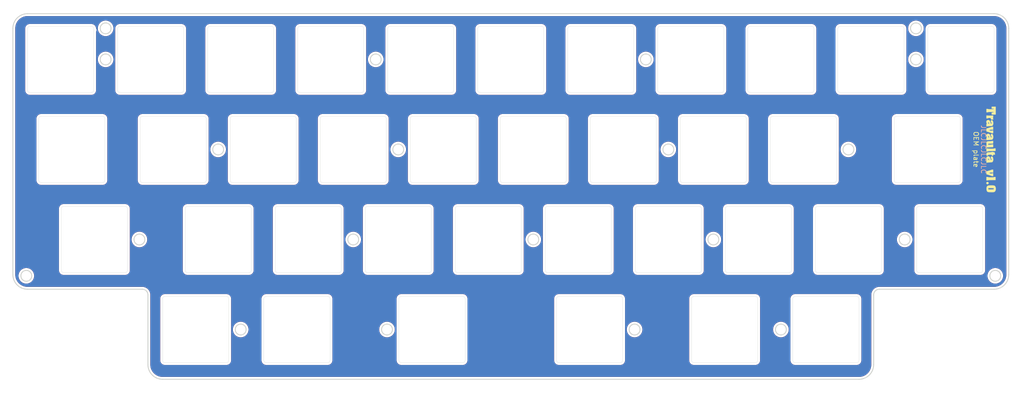
<source format=kicad_pcb>
(kicad_pcb (version 20240108) (generator "pcbnew") (generator_version "8.0")
  (layers (0 "F.Cu" signal) (31 "B.Cu" signal) (34 "B.Paste" user) (35 "F.Paste" user) (36 "B.SilkS" user "B.Silkscreen") (37 "F.SilkS" user "F.Silkscreen") (38 "B.Mask" user) (39 "F.Mask" user) (44 "Edge.Cuts" user))
  (net 0 "")
  (net 1 "GND")
  (footprint "PCM_marbastlib-xp-plate-mx:Plate_MX_1u" (layer "F.Cu") (at 201.6125 95.25)
    (property "Reference" "REF**" (hide yes))
    (property "Value" "Plate_MX_1u")
    (fp_line (start -7 -6.5) (end -7 6.5) (stroke (width 0.05)) (layer "Edge.Cuts"))
    (fp_line (start -6.5 7) (end 6.5 7) (stroke (width 0.05)) (layer "Edge.Cuts"))
    (fp_line (start 6.5 -7) (end -6.5 -7) (stroke (width 0.05)) (layer "Edge.Cuts"))
    (fp_line (start 7 6.5) (end 7 -6.5) (stroke (width 0.05)) (layer "Edge.Cuts"))
    (fp_arc (start -7 -6.5) (mid -6.853553 -6.853553) (end -6.5 -7) (stroke (width 0.05)) (layer "Edge.Cuts"))
    (fp_arc (start -6.497236 6.998884) (mid -6.850789 6.852437) (end -6.997236 6.498884) (stroke (width 0.05)) (layer "Edge.Cuts"))
    (fp_arc (start 6.5 -7) (mid 6.853553 -6.853553) (end 7 -6.5) (stroke (width 0.05)) (layer "Edge.Cuts"))
    (fp_arc (start 7 6.5) (mid 6.853553 6.853553) (end 6.5 7) (stroke (width 0.05)) (layer "Edge.Cuts"))
  )
  (footprint "PCM_marbastlib-xp-plate-mx:Plate_MX_1u" (layer "F.Cu") (at 144.4625 95.25)
    (property "Reference" "REF**" (hide yes))
    (property "Value" "Plate_MX_1u")
    (fp_line (start -7 -6.5) (end -7 6.5) (stroke (width 0.05)) (layer "Edge.Cuts"))
    (fp_line (start -6.5 7) (end 6.5 7) (stroke (width 0.05)) (layer "Edge.Cuts"))
    (fp_line (start 6.5 -7) (end -6.5 -7) (stroke (width 0.05)) (layer "Edge.Cuts"))
    (fp_line (start 7 6.5) (end 7 -6.5) (stroke (width 0.05)) (layer "Edge.Cuts"))
    (fp_arc (start -7 -6.5) (mid -6.853553 -6.853553) (end -6.5 -7) (stroke (width 0.05)) (layer "Edge.Cuts"))
    (fp_arc (start -6.497236 6.998884) (mid -6.850789 6.852437) (end -6.997236 6.498884) (stroke (width 0.05)) (layer "Edge.Cuts"))
    (fp_arc (start 6.5 -7) (mid 6.853553 -6.853553) (end 7 -6.5) (stroke (width 0.05)) (layer "Edge.Cuts"))
    (fp_arc (start 7 6.5) (mid 6.853553 6.853553) (end 6.5 7) (stroke (width 0.05)) (layer "Edge.Cuts"))
  )
  (footprint "PCM_marbastlib-xp-plate-mx:Plate_MX_1u" (layer "F.Cu") (at 211.1375 76.2)
    (property "Reference" "REF**" (hide yes))
    (property "Value" "Plate_MX_1u")
    (fp_line (start -7 -6.5) (end -7 6.5) (stroke (width 0.05)) (layer "Edge.Cuts"))
    (fp_line (start -6.5 7) (end 6.5 7) (stroke (width 0.05)) (layer "Edge.Cuts"))
    (fp_line (start 6.5 -7) (end -6.5 -7) (stroke (width 0.05)) (layer "Edge.Cuts"))
    (fp_line (start 7 6.5) (end 7 -6.5) (stroke (width 0.05)) (layer "Edge.Cuts"))
    (fp_arc (start -7 -6.5) (mid -6.853553 -6.853553) (end -6.5 -7) (stroke (width 0.05)) (layer "Edge.Cuts"))
    (fp_arc (start -6.497236 6.998884) (mid -6.850789 6.852437) (end -6.997236 6.498884) (stroke (width 0.05)) (layer "Edge.Cuts"))
    (fp_arc (start 6.5 -7) (mid 6.853553 -6.853553) (end 7 -6.5) (stroke (width 0.05)) (layer "Edge.Cuts"))
    (fp_arc (start 7 6.5) (mid 6.853553 6.853553) (end 6.5 7) (stroke (width 0.05)) (layer "Edge.Cuts"))
  )
  (footprint "PCM_marbastlib-xp-plate-mx:Plate_MX_1u" (layer "F.Cu") (at 163.5125 95.25)
    (property "Reference" "REF**" (hide yes))
    (property "Value" "Plate_MX_1u")
    (fp_line (start -7 -6.5) (end -7 6.5) (stroke (width 0.05)) (layer "Edge.Cuts"))
    (fp_line (start -6.5 7) (end 6.5 7) (stroke (width 0.05)) (layer "Edge.Cuts"))
    (fp_line (start 6.5 -7) (end -6.5 -7) (stroke (width 0.05)) (layer "Edge.Cuts"))
    (fp_line (start 7 6.5) (end 7 -6.5) (stroke (width 0.05)) (layer "Edge.Cuts"))
    (fp_arc (start -7 -6.5) (mid -6.853553 -6.853553) (end -6.5 -7) (stroke (width 0.05)) (layer "Edge.Cuts"))
    (fp_arc (start -6.497236 6.998884) (mid -6.850789 6.852437) (end -6.997236 6.498884) (stroke (width 0.05)) (layer "Edge.Cuts"))
    (fp_arc (start 6.5 -7) (mid 6.853553 -6.853553) (end 7 -6.5) (stroke (width 0.05)) (layer "Edge.Cuts"))
    (fp_arc (start 7 6.5) (mid 6.853553 6.853553) (end 6.5 7) (stroke (width 0.05)) (layer "Edge.Cuts"))
  )
  (footprint "PCM_marbastlib-xp-plate-mx:Plate_MX_1u" (layer "F.Cu") (at 111.125 57.15)
    (property "Reference" "REF**" (hide yes))
    (property "Value" "Plate_MX_1u")
    (fp_line (start -7 -6.5) (end -7 6.5) (stroke (width 0.05)) (layer "Edge.Cuts"))
    (fp_line (start -6.5 7) (end 6.5 7) (stroke (width 0.05)) (layer "Edge.Cuts"))
    (fp_line (start 6.5 -7) (end -6.5 -7) (stroke (width 0.05)) (layer "Edge.Cuts"))
    (fp_line (start 7 6.5) (end 7 -6.5) (stroke (width 0.05)) (layer "Edge.Cuts"))
    (fp_arc (start -7 -6.5) (mid -6.853553 -6.853553) (end -6.5 -7) (stroke (width 0.05)) (layer "Edge.Cuts"))
    (fp_arc (start -6.497236 6.998884) (mid -6.850789 6.852437) (end -6.997236 6.498884) (stroke (width 0.05)) (layer "Edge.Cuts"))
    (fp_arc (start 6.5 -7) (mid 6.853553 -6.853553) (end 7 -6.5) (stroke (width 0.05)) (layer "Edge.Cuts"))
    (fp_arc (start 7 6.5) (mid 6.853553 6.853553) (end 6.5 7) (stroke (width 0.05)) (layer "Edge.Cuts"))
  )
  (footprint "PCM_marbastlib-xp-plate-mx:Plate_MX_1u" (layer "F.Cu") (at 225.425 57.15)
    (property "Reference" "REF**" (hide yes))
    (property "Value" "Plate_MX_1u")
    (fp_line (start -7 -6.5) (end -7 6.5) (stroke (width 0.05)) (layer "Edge.Cuts"))
    (fp_line (start -6.5 7) (end 6.5 7) (stroke (width 0.05)) (layer "Edge.Cuts"))
    (fp_line (start 6.5 -7) (end -6.5 -7) (stroke (width 0.05)) (layer "Edge.Cuts"))
    (fp_line (start 7 6.5) (end 7 -6.5) (stroke (width 0.05)) (layer "Edge.Cuts"))
    (fp_arc (start -7 -6.5) (mid -6.853553 -6.853553) (end -6.5 -7) (stroke (width 0.05)) (layer "Edge.Cuts"))
    (fp_arc (start -6.497236 6.998884) (mid -6.850789 6.852437) (end -6.997236 6.498884) (stroke (width 0.05)) (layer "Edge.Cuts"))
    (fp_arc (start 6.5 -7) (mid 6.853553 -6.853553) (end 7 -6.5) (stroke (width 0.05)) (layer "Edge.Cuts"))
    (fp_arc (start 7 6.5) (mid 6.853553 6.853553) (end 6.5 7) (stroke (width 0.05)) (layer "Edge.Cuts"))
  )
  (footprint "PCM_marbastlib-xp-plate-mx:Plate_MX_1u" (layer "F.Cu") (at 187.325 57.15)
    (property "Reference" "REF**" (hide yes))
    (property "Value" "Plate_MX_1u")
    (fp_line (start -7 -6.5) (end -7 6.5) (stroke (width 0.05)) (layer "Edge.Cuts"))
    (fp_line (start -6.5 7) (end 6.5 7) (stroke (width 0.05)) (layer "Edge.Cuts"))
    (fp_line (start 6.5 -7) (end -6.5 -7) (stroke (width 0.05)) (layer "Edge.Cuts"))
    (fp_line (start 7 6.5) (end 7 -6.5) (stroke (width 0.05)) (layer "Edge.Cuts"))
    (fp_arc (start -7 -6.5) (mid -6.853553 -6.853553) (end -6.5 -7) (stroke (width 0.05)) (layer "Edge.Cuts"))
    (fp_arc (start -6.497236 6.998884) (mid -6.850789 6.852437) (end -6.997236 6.498884) (stroke (width 0.05)) (layer "Edge.Cuts"))
    (fp_arc (start 6.5 -7) (mid 6.853553 -6.853553) (end 7 -6.5) (stroke (width 0.05)) (layer "Edge.Cuts"))
    (fp_arc (start 7 6.5) (mid 6.853553 6.853553) (end 6.5 7) (stroke (width 0.05)) (layer "Edge.Cuts"))
  )
  (footprint "PCM_marbastlib-xp-plate-mx:Plate_MX_1u" (layer "F.Cu") (at 165.89375 114.3)
    (property "Reference" "REF**" (hide yes))
    (property "Value" "Plate_MX_1u")
    (fp_line (start -7 -6.5) (end -7 6.5) (stroke (width 0.05)) (layer "Edge.Cuts"))
    (fp_line (start -6.5 7) (end 6.5 7) (stroke (width 0.05)) (layer "Edge.Cuts"))
    (fp_line (start 6.5 -7) (end -6.5 -7) (stroke (width 0.05)) (layer "Edge.Cuts"))
    (fp_line (start 7 6.5) (end 7 -6.5) (stroke (width 0.05)) (layer "Edge.Cuts"))
    (fp_arc (start -7 -6.5) (mid -6.853553 -6.853553) (end -6.5 -7) (stroke (width 0.05)) (layer "Edge.Cuts"))
    (fp_arc (start -6.497236 6.998884) (mid -6.850789 6.852437) (end -6.997236 6.498884) (stroke (width 0.05)) (layer "Edge.Cuts"))
    (fp_arc (start 6.5 -7) (mid 6.853553 -6.853553) (end 7 -6.5) (stroke (width 0.05)) (layer "Edge.Cuts"))
    (fp_arc (start 7 6.5) (mid 6.853553 6.853553) (end 6.5 7) (stroke (width 0.05)) (layer "Edge.Cuts"))
  )
  (footprint "PCM_marbastlib-xp-plate-mx:Plate_MX_1u" (layer "F.Cu") (at 87.3125 95.25)
    (property "Reference" "REF**" (hide yes))
    (property "Value" "Plate_MX_1u")
    (fp_line (start -7 -6.5) (end -7 6.5) (stroke (width 0.05)) (layer "Edge.Cuts"))
    (fp_line (start -6.5 7) (end 6.5 7) (stroke (width 0.05)) (layer "Edge.Cuts"))
    (fp_line (start 6.5 -7) (end -6.5 -7) (stroke (width 0.05)) (layer "Edge.Cuts"))
    (fp_line (start 7 6.5) (end 7 -6.5) (stroke (width 0.05)) (layer "Edge.Cuts"))
    (fp_arc (start -7 -6.5) (mid -6.853553 -6.853553) (end -6.5 -7) (stroke (width 0.05)) (layer "Edge.Cuts"))
    (fp_arc (start -6.497236 6.998884) (mid -6.850789 6.852437) (end -6.997236 6.498884) (stroke (width 0.05)) (layer "Edge.Cuts"))
    (fp_arc (start 6.5 -7) (mid 6.853553 -6.853553) (end 7 -6.5) (stroke (width 0.05)) (layer "Edge.Cuts"))
    (fp_arc (start 7 6.5) (mid 6.853553 6.853553) (end 6.5 7) (stroke (width 0.05)) (layer "Edge.Cuts"))
  )
  (footprint "PCM_marbastlib-xp-plate-mx:Plate_MX_1u" (layer "F.Cu") (at 103.98125 114.3)
    (property "Reference" "REF**" (hide yes))
    (property "Value" "Plate_MX_1u")
    (fp_line (start -7 -6.5) (end -7 6.5) (stroke (width 0.05)) (layer "Edge.Cuts"))
    (fp_line (start -6.5 7) (end 6.5 7) (stroke (width 0.05)) (layer "Edge.Cuts"))
    (fp_line (start 6.5 -7) (end -6.5 -7) (stroke (width 0.05)) (layer "Edge.Cuts"))
    (fp_line (start 7 6.5) (end 7 -6.5) (stroke (width 0.05)) (layer "Edge.Cuts"))
    (fp_arc (start -7 -6.5) (mid -6.853553 -6.853553) (end -6.5 -7) (stroke (width 0.05)) (layer "Edge.Cuts"))
    (fp_arc (start -6.497236 6.998884) (mid -6.850789 6.852437) (end -6.997236 6.498884) (stroke (width 0.05)) (layer "Edge.Cuts"))
    (fp_arc (start 6.5 -7) (mid 6.853553 -6.853553) (end 7 -6.5) (stroke (width 0.05)) (layer "Edge.Cuts"))
    (fp_arc (start 7 6.5) (mid 6.853553 6.853553) (end 6.5 7) (stroke (width 0.05)) (layer "Edge.Cuts"))
  )
  (footprint "PCM_marbastlib-xp-plate-mx:Plate_MX_1u" (layer "F.Cu") (at 61.11875 95.25)
    (property "Reference" "REF**" (hide yes))
    (property "Value" "Plate_MX_1u")
    (fp_line (start -7 -6.5) (end -7 6.5) (stroke (width 0.05)) (layer "Edge.Cuts"))
    (fp_line (start -6.5 7) (end 6.5 7) (stroke (width 0.05)) (layer "Edge.Cuts"))
    (fp_line (start 6.5 -7) (end -6.5 -7) (stroke (width 0.05)) (layer "Edge.Cuts"))
    (fp_line (start 7 6.5) (end 7 -6.5) (stroke (width 0.05)) (layer "Edge.Cuts"))
    (fp_arc (start -7 -6.5) (mid -6.853553 -6.853553) (end -6.5 -7) (stroke (width 0.05)) (layer "Edge.Cuts"))
    (fp_arc (start -6.497236 6.998884) (mid -6.850789 6.852437) (end -6.997236 6.498884) (stroke (width 0.05)) (layer "Edge.Cuts"))
    (fp_arc (start 6.5 -7) (mid 6.853553 -6.853553) (end 7 -6.5) (stroke (width 0.05)) (layer "Edge.Cuts"))
    (fp_arc (start 7 6.5) (mid 6.853553 6.853553) (end 6.5 7) (stroke (width 0.05)) (layer "Edge.Cuts"))
  )
  (footprint "PCM_marbastlib-xp-plate-mx:Plate_MX_1u" (layer "F.Cu") (at 149.225 57.15)
    (property "Reference" "REF**" (hide yes))
    (property "Value" "Plate_MX_1u")
    (fp_line (start -7 -6.5) (end -7 6.5) (stroke (width 0.05)) (layer "Edge.Cuts"))
    (fp_line (start -6.5 7) (end 6.5 7) (stroke (width 0.05)) (layer "Edge.Cuts"))
    (fp_line (start 6.5 -7) (end -6.5 -7) (stroke (width 0.05)) (layer "Edge.Cuts"))
    (fp_line (start 7 6.5) (end 7 -6.5) (stroke (width 0.05)) (layer "Edge.Cuts"))
    (fp_arc (start -7 -6.5) (mid -6.853553 -6.853553) (end -6.5 -7) (stroke (width 0.05)) (layer "Edge.Cuts"))
    (fp_arc (start -6.497236 6.998884) (mid -6.850789 6.852437) (end -6.997236 6.498884) (stroke (width 0.05)) (layer "Edge.Cuts"))
    (fp_arc (start 6.5 -7) (mid 6.853553 -6.853553) (end 7 -6.5) (stroke (width 0.05)) (layer "Edge.Cuts"))
    (fp_arc (start 7 6.5) (mid 6.853553 6.853553) (end 6.5 7) (stroke (width 0.05)) (layer "Edge.Cuts"))
  )
  (footprint "PCM_marbastlib-xp-plate-mx:Plate_MX_1u" (layer "F.Cu") (at 237.33125 76.2)
    (property "Reference" "REF**" (hide yes))
    (property "Value" "Plate_MX_1u")
    (fp_line (start -7 -6.5) (end -7 6.5) (stroke (width 0.05)) (layer "Edge.Cuts"))
    (fp_line (start -6.5 7) (end 6.5 7) (stroke (width 0.05)) (layer "Edge.Cuts"))
    (fp_line (start 6.5 -7) (end -6.5 -7) (stroke (width 0.05)) (layer "Edge.Cuts"))
    (fp_line (start 7 6.5) (end 7 -6.5) (stroke (width 0.05)) (layer "Edge.Cuts"))
    (fp_arc (start -7 -6.5) (mid -6.853553 -6.853553) (end -6.5 -7) (stroke (width 0.05)) (layer "Edge.Cuts"))
    (fp_arc (start -6.497236 6.998884) (mid -6.850789 6.852437) (end -6.997236 6.498884) (stroke (width 0.05)) (layer "Edge.Cuts"))
    (fp_arc (start 6.5 -7) (mid 6.853553 -6.853553) (end 7 -6.5) (stroke (width 0.05)) (layer "Edge.Cuts"))
    (fp_arc (start 7 6.5) (mid 6.853553 6.853553) (end 6.5 7) (stroke (width 0.05)) (layer "Edge.Cuts"))
  )
  (footprint "PCM_marbastlib-xp-plate-mx:Plate_MX_1u" (layer "F.Cu") (at 220.6625 95.25)
    (property "Reference" "REF**" (hide yes))
    (property "Value" "Plate_MX_1u")
    (fp_line (start -7 -6.5) (end -7 6.5) (stroke (width 0.05)) (layer "Edge.Cuts"))
    (fp_line (start -6.5 7) (end 6.5 7) (stroke (width 0.05)) (layer "Edge.Cuts"))
    (fp_line (start 6.5 -7) (end -6.5 -7) (stroke (width 0.05)) (layer "Edge.Cuts"))
    (fp_line (start 7 6.5) (end 7 -6.5) (stroke (width 0.05)) (layer "Edge.Cuts"))
    (fp_arc (start -7 -6.5) (mid -6.853553 -6.853553) (end -6.5 -7) (stroke (width 0.05)) (layer "Edge.Cuts"))
    (fp_arc (start -6.497236 6.998884) (mid -6.850789 6.852437) (end -6.997236 6.498884) (stroke (width 0.05)) (layer "Edge.Cuts"))
    (fp_arc (start 6.5 -7) (mid 6.853553 -6.853553) (end 7 -6.5) (stroke (width 0.05)) (layer "Edge.Cuts"))
    (fp_arc (start 7 6.5) (mid 6.853553 6.853553) (end 6.5 7) (stroke (width 0.05)) (layer "Edge.Cuts"))
  )
  (footprint "PCM_marbastlib-xp-plate-mx:Plate_MX_1u" (layer "F.Cu") (at 192.0875 76.2)
    (property "Reference" "REF**" (hide yes))
    (property "Value" "Plate_MX_1u")
    (fp_line (start -7 -6.5) (end -7 6.5) (stroke (width 0.05)) (layer "Edge.Cuts"))
    (fp_line (start -6.5 7) (end 6.5 7) (stroke (width 0.05)) (layer "Edge.Cuts"))
    (fp_line (start 6.5 -7) (end -6.5 -7) (stroke (width 0.05)) (layer "Edge.Cuts"))
    (fp_line (start 7 6.5) (end 7 -6.5) (stroke (width 0.05)) (layer "Edge.Cuts"))
    (fp_arc (start -7 -6.5) (mid -6.853553 -6.853553) (end -6.5 -7) (stroke (width 0.05)) (layer "Edge.Cuts"))
    (fp_arc (start -6.497236 6.998884) (mid -6.850789 6.852437) (end -6.997236 6.498884) (stroke (width 0.05)) (layer "Edge.Cuts"))
    (fp_arc (start 6.5 -7) (mid 6.853553 -6.853553) (end 7 -6.5) (stroke (width 0.05)) (layer "Edge.Cuts"))
    (fp_arc (start 7 6.5) (mid 6.853553 6.853553) (end 6.5 7) (stroke (width 0.05)) (layer "Edge.Cuts"))
  )
  (footprint "PCM_marbastlib-xp-plate-mx:Plate_MX_1u" (layer "F.Cu") (at 92.075 57.15)
    (property "Reference" "REF**" (hide yes))
    (property "Value" "Plate_MX_1u")
    (fp_line (start -7 -6.5) (end -7 6.5) (stroke (width 0.05)) (layer "Edge.Cuts"))
    (fp_line (start -6.5 7) (end 6.5 7) (stroke (width 0.05)) (layer "Edge.Cuts"))
    (fp_line (start 6.5 -7) (end -6.5 -7) (stroke (width 0.05)) (layer "Edge.Cuts"))
    (fp_line (start 7 6.5) (end 7 -6.5) (stroke (width 0.05)) (layer "Edge.Cuts"))
    (fp_arc (start -7 -6.5) (mid -6.853553 -6.853553) (end -6.5 -7) (stroke (width 0.05)) (layer "Edge.Cuts"))
    (fp_arc (start -6.497236 6.998884) (mid -6.850789 6.852437) (end -6.997236 6.498884) (stroke (width 0.05)) (layer "Edge.Cuts"))
    (fp_arc (start 6.5 -7) (mid 6.853553 -6.853553) (end 7 -6.5) (stroke (width 0.05)) (layer "Edge.Cuts"))
    (fp_arc (start 7 6.5) (mid 6.853553 6.853553) (end 6.5 7) (stroke (width 0.05)) (layer "Edge.Cuts"))
  )
  (footprint "PCM_marbastlib-xp-plate-mx:Plate_MX_1u" (layer "F.Cu") (at 125.4125 95.25)
    (property "Reference" "REF**" (hide yes))
    (property "Value" "Plate_MX_1u")
    (fp_line (start -7 -6.5) (end -7 6.5) (stroke (width 0.05)) (layer "Edge.Cuts"))
    (fp_line (start -6.5 7) (end 6.5 7) (stroke (width 0.05)) (layer "Edge.Cuts"))
    (fp_line (start 6.5 -7) (end -6.5 -7) (stroke (width 0.05)) (layer "Edge.Cuts"))
    (fp_line (start 7 6.5) (end 7 -6.5) (stroke (width 0.05)) (layer "Edge.Cuts"))
    (fp_arc (start -7 -6.5) (mid -6.853553 -6.853553) (end -6.5 -7) (stroke (width 0.05)) (layer "Edge.Cuts"))
    (fp_arc (start -6.497236 6.998884) (mid -6.850789 6.852437) (end -6.997236 6.498884) (stroke (width 0.05)) (layer "Edge.Cuts"))
    (fp_arc (start 6.5 -7) (mid 6.853553 -6.853553) (end 7 -6.5) (stroke (width 0.05)) (layer "Edge.Cuts"))
    (fp_arc (start 7 6.5) (mid 6.853553 6.853553) (end 6.5 7) (stroke (width 0.05)) (layer "Edge.Cuts"))
  )
  (footprint "PCM_marbastlib-xp-plate-mx:Plate_MX_1u" (layer "F.Cu") (at 115.8875 76.2)
    (property "Reference" "REF**" (hide yes))
    (property "Value" "Plate_MX_1u")
    (fp_line (start -7 -6.5) (end -7 6.5) (stroke (width 0.05)) (layer "Edge.Cuts"))
    (fp_line (start -6.5 7) (end 6.5 7) (stroke (width 0.05)) (layer "Edge.Cuts"))
    (fp_line (start 6.5 -7) (end -6.5 -7) (stroke (width 0.05)) (layer "Edge.Cuts"))
    (fp_line (start 7 6.5) (end 7 -6.5) (stroke (width 0.05)) (layer "Edge.Cuts"))
    (fp_arc (start -7 -6.5) (mid -6.853553 -6.853553) (end -6.5 -7) (stroke (width 0.05)) (layer "Edge.Cuts"))
    (fp_arc (start -6.497236 6.998884) (mid -6.850789 6.852437) (end -6.997236 6.498884) (stroke (width 0.05)) (layer "Edge.Cuts"))
    (fp_arc (start 6.5 -7) (mid 6.853553 -6.853553) (end 7 -6.5) (stroke (width 0.05)) (layer "Edge.Cuts"))
    (fp_arc (start 7 6.5) (mid 6.853553 6.853553) (end 6.5 7) (stroke (width 0.05)) (layer "Edge.Cuts"))
  )
  (footprint "PCM_marbastlib-xp-plate-mx:Plate_MX_1u" (layer "F.Cu") (at 168.275 57.15)
    (property "Reference" "REF**" (hide yes))
    (property "Value" "Plate_MX_1u")
    (fp_line (start -7 -6.5) (end -7 6.5) (stroke (width 0.05)) (layer "Edge.Cuts"))
    (fp_line (start -6.5 7) (end 6.5 7) (stroke (width 0.05)) (layer "Edge.Cuts"))
    (fp_line (start 6.5 -7) (end -6.5 -7) (stroke (width 0.05)) (layer "Edge.Cuts"))
    (fp_line (start 7 6.5) (end 7 -6.5) (stroke (width 0.05)) (layer "Edge.Cuts"))
    (fp_arc (start -7 -6.5) (mid -6.853553 -6.853553) (end -6.5 -7) (stroke (width 0.05)) (layer "Edge.Cuts"))
    (fp_arc (start -6.497236 6.998884) (mid -6.850789 6.852437) (end -6.997236 6.498884) (stroke (width 0.05)) (layer "Edge.Cuts"))
    (fp_arc (start 6.5 -7) (mid 6.853553 -6.853553) (end 7 -6.5) (stroke (width 0.05)) (layer "Edge.Cuts"))
    (fp_arc (start 7 6.5) (mid 6.853553 6.853553) (end 6.5 7) (stroke (width 0.05)) (layer "Edge.Cuts"))
  )
  (footprint "PCM_marbastlib-xp-plate-mx:Plate_MX_1u" (layer "F.Cu") (at 134.9375 76.2)
    (property "Reference" "REF**" (hide yes))
    (property "Value" "Plate_MX_1u")
    (fp_line (start -7 -6.5) (end -7 6.5) (stroke (width 0.05)) (layer "Edge.Cuts"))
    (fp_line (start -6.5 7) (end 6.5 7) (stroke (width 0.05)) (layer "Edge.Cuts"))
    (fp_line (start 6.5 -7) (end -6.5 -7) (stroke (width 0.05)) (layer "Edge.Cuts"))
    (fp_line (start 7 6.5) (end 7 -6.5) (stroke (width 0.05)) (layer "Edge.Cuts"))
    (fp_arc (start -7 -6.5) (mid -6.853553 -6.853553) (end -6.5 -7) (stroke (width 0.05)) (layer "Edge.Cuts"))
    (fp_arc (start -6.497236 6.998884) (mid -6.850789 6.852437) (end -6.997236 6.498884) (stroke (width 0.05)) (layer "Edge.Cuts"))
    (fp_arc (start 6.5 -7) (mid 6.853553 -6.853553) (end 7 -6.5) (stroke (width 0.05)) (layer "Edge.Cuts"))
    (fp_arc (start 7 6.5) (mid 6.853553 6.853553) (end 6.5 7) (stroke (width 0.05)) (layer "Edge.Cuts"))
  )
  (footprint "PCM_marbastlib-xp-plate-mx:Plate_MX_1u" (layer "F.Cu") (at 173.0375 76.2)
    (property "Reference" "REF**" (hide yes))
    (property "Value" "Plate_MX_1u")
    (fp_line (start -7 -6.5) (end -7 6.5) (stroke (width 0.05)) (layer "Edge.Cuts"))
    (fp_line (start -6.5 7) (end 6.5 7) (stroke (width 0.05)) (layer "Edge.Cuts"))
    (fp_line (start 6.5 -7) (end -6.5 -7) (stroke (width 0.05)) (layer "Edge.Cuts"))
    (fp_line (start 7 6.5) (end 7 -6.5) (stroke (width 0.05)) (layer "Edge.Cuts"))
    (fp_arc (start -7 -6.5) (mid -6.853553 -6.853553) (end -6.5 -7) (stroke (width 0.05)) (layer "Edge.Cuts"))
    (fp_arc (start -6.497236 6.998884) (mid -6.850789 6.852437) (end -6.997236 6.498884) (stroke (width 0.05)) (layer "Edge.Cuts"))
    (fp_arc (start 6.5 -7) (mid 6.853553 -6.853553) (end 7 -6.5) (stroke (width 0.05)) (layer "Edge.Cuts"))
    (fp_arc (start 7 6.5) (mid 6.853553 6.853553) (end 6.5 7) (stroke (width 0.05)) (layer "Edge.Cuts"))
  )
  (footprint "PCM_marbastlib-xp-plate-mx:Plate_MX_1u" (layer "F.Cu") (at 96.8375 76.2)
    (property "Reference" "REF**" (hide yes))
    (property "Value" "Plate_MX_1u")
    (fp_line (start -7 -6.5) (end -7 6.5) (stroke (width 0.05)) (layer "Edge.Cuts"))
    (fp_line (start -6.5 7) (end 6.5 7) (stroke (width 0.05)) (layer "Edge.Cuts"))
    (fp_line (start 6.5 -7) (end -6.5 -7) (stroke (width 0.05)) (layer "Edge.Cuts"))
    (fp_line (start 7 6.5) (end 7 -6.5) (stroke (width 0.05)) (layer "Edge.Cuts"))
    (fp_arc (start -7 -6.5) (mid -6.853553 -6.853553) (end -6.5 -7) (stroke (width 0.05)) (layer "Edge.Cuts"))
    (fp_arc (start -6.497236 6.998884) (mid -6.850789 6.852437) (end -6.997236 6.498884) (stroke (width 0.05)) (layer "Edge.Cuts"))
    (fp_arc (start 6.5 -7) (mid 6.853553 -6.853553) (end 7 -6.5) (stroke (width 0.05)) (layer "Edge.Cuts"))
    (fp_arc (start 7 6.5) (mid 6.853553 6.853553) (end 6.5 7) (stroke (width 0.05)) (layer "Edge.Cuts"))
  )
  (footprint "LOGO" (layer "F.Cu") (at 250.825 76.2 -90)
    (property "Reference" "G***" (hide yes))
    (property "Value" "LOGO" (hide yes))
  )
  (footprint "PCM_marbastlib-xp-plate-mx:Plate_MX_1u" (layer "F.Cu") (at 53.975 57.15)
    (property "Reference" "REF**" (hide yes))
    (property "Value" "Plate_MX_1u")
    (fp_line (start -7 -6.5) (end -7 6.5) (stroke (width 0.05)) (layer "Edge.Cuts"))
    (fp_line (start -6.5 7) (end 6.5 7) (stroke (width 0.05)) (layer "Edge.Cuts"))
    (fp_line (start 6.5 -7) (end -6.5 -7) (stroke (width 0.05)) (layer "Edge.Cuts"))
    (fp_line (start 7 6.5) (end 7 -6.5) (stroke (width 0.05)) (layer "Edge.Cuts"))
    (fp_arc (start -7 -6.5) (mid -6.853553 -6.853553) (end -6.5 -7) (stroke (width 0.05)) (layer "Edge.Cuts"))
    (fp_arc (start -6.497236 6.998884) (mid -6.850789 6.852437) (end -6.997236 6.498884) (stroke (width 0.05)) (layer "Edge.Cuts"))
    (fp_arc (start 6.5 -7) (mid 6.853553 -6.853553) (end 7 -6.5) (stroke (width 0.05)) (layer "Edge.Cuts"))
    (fp_arc (start 7 6.5) (mid 6.853553 6.853553) (end 6.5 7) (stroke (width 0.05)) (layer "Edge.Cuts"))
  )
  (footprint "PCM_marbastlib-xp-plate-mx:Plate_MX_1u" (layer "F.Cu") (at 215.9 114.3)
    (property "Reference" "REF**" (hide yes))
    (property "Value" "Plate_MX_1u")
    (fp_line (start -7 -6.5) (end -7 6.5) (stroke (width 0.05)) (layer "Edge.Cuts"))
    (fp_line (start -6.5 7) (end 6.5 7) (stroke (width 0.05)) (layer "Edge.Cuts"))
    (fp_line (start 6.5 -7) (end -6.5 -7) (stroke (width 0.05)) (layer "Edge.Cuts"))
    (fp_line (start 7 6.5) (end 7 -6.5) (stroke (width 0.05)) (layer "Edge.Cuts"))
    (fp_arc (start -7 -6.5) (mid -6.853553 -6.853553) (end -6.5 -7) (stroke (width 0.05)) (layer "Edge.Cuts"))
    (fp_arc (start -6.497236 6.998884) (mid -6.850789 6.852437) (end -6.997236 6.498884) (stroke (width 0.05)) (layer "Edge.Cuts"))
    (fp_arc (start 6.5 -7) (mid 6.853553 -6.853553) (end 7 -6.5) (stroke (width 0.05)) (layer "Edge.Cuts"))
    (fp_arc (start 7 6.5) (mid 6.853553 6.853553) (end 6.5 7) (stroke (width 0.05)) (layer "Edge.Cuts"))
  )
  (footprint "PCM_marbastlib-xp-plate-mx:Plate_MX_1u" (layer "F.Cu") (at 77.7875 76.2)
    (property "Reference" "REF**" (hide yes))
    (property "Value" "Plate_MX_1u")
    (fp_line (start -7 -6.5) (end -7 6.5) (stroke (width 0.05)) (layer "Edge.Cuts"))
    (fp_line (start -6.5 7) (end 6.5 7) (stroke (width 0.05)) (layer "Edge.Cuts"))
    (fp_line (start 6.5 -7) (end -6.5 -7) (stroke (width 0.05)) (layer "Edge.Cuts"))
    (fp_line (start 7 6.5) (end 7 -6.5) (stroke (width 0.05)) (layer "Edge.Cuts"))
    (fp_arc (start -7 -6.5) (mid -6.853553 -6.853553) (end -6.5 -7) (stroke (width 0.05)) (layer "Edge.Cuts"))
    (fp_arc (start -6.497236 6.998884) (mid -6.850789 6.852437) (end -6.997236 6.498884) (stroke (width 0.05)) (layer "Edge.Cuts"))
    (fp_arc (start 6.5 -7) (mid 6.853553 -6.853553) (end 7 -6.5) (stroke (width 0.05)) (layer "Edge.Cuts"))
    (fp_arc (start 7 6.5) (mid 6.853553 6.853553) (end 6.5 7) (stroke (width 0.05)) (layer "Edge.Cuts"))
  )
  (footprint "PCM_marbastlib-xp-plate-mx:Plate_MX_1u" (layer "F.Cu") (at 130.175 57.15)
    (property "Reference" "REF**" (hide yes))
    (property "Value" "Plate_MX_1u")
    (fp_line (start -7 -6.5) (end -7 6.5) (stroke (width 0.05)) (layer "Edge.Cuts"))
    (fp_line (start -6.5 7) (end 6.5 7) (stroke (width 0.05)) (layer "Edge.Cuts"))
    (fp_line (start 6.5 -7) (end -6.5 -7) (stroke (width 0.05)) (layer "Edge.Cuts"))
    (fp_line (start 7 6.5) (end 7 -6.5) (stroke (width 0.05)) (layer "Edge.Cuts"))
    (fp_arc (start -7 -6.5) (mid -6.853553 -6.853553) (end -6.5 -7) (stroke (width 0.05)) (layer "Edge.Cuts"))
    (fp_arc (start -6.497236 6.998884) (mid -6.850789 6.852437) (end -6.997236 6.498884) (stroke (width 0.05)) (layer "Edge.Cuts"))
    (fp_arc (start 6.5 -7) (mid 6.853553 -6.853553) (end 7 -6.5) (stroke (width 0.05)) (layer "Edge.Cuts"))
    (fp_arc (start 7 6.5) (mid 6.853553 6.853553) (end 6.5 7) (stroke (width 0.05)) (layer "Edge.Cuts"))
  )
  (footprint "PCM_marbastlib-xp-plate-mx:Plate_MX_1u" (layer "F.Cu") (at 242.09375 95.25)
    (property "Reference" "REF**" (hide yes))
    (property "Value" "Plate_MX_1u")
    (fp_line (start -7 -6.5) (end -7 6.5) (stroke (width 0.05)) (layer "Edge.Cuts"))
    (fp_line (start -6.5 7) (end 6.5 7) (stroke (width 0.05)) (layer "Edge.Cuts"))
    (fp_line (start 6.5 -7) (end -6.5 -7) (stroke (width 0.05)) (layer "Edge.Cuts"))
    (fp_line (start 7 6.5) (end 7 -6.5) (stroke (width 0.05)) (layer "Edge.Cuts"))
    (fp_arc (start -7 -6.5) (mid -6.853553 -6.853553) (end -6.5 -7) (stroke (width 0.05)) (layer "Edge.Cuts"))
    (fp_arc (start -6.497236 6.998884) (mid -6.850789 6.852437) (end -6.997236 6.498884) (stroke (width 0.05)) (layer "Edge.Cuts"))
    (fp_arc (start 6.5 -7) (mid 6.853553 -6.853553) (end 7 -6.5) (stroke (width 0.05)) (layer "Edge.Cuts"))
    (fp_arc (start 7 6.5) (mid 6.853553 6.853553) (end 6.5 7) (stroke (width 0.05)) (layer "Edge.Cuts"))
  )
  (footprint "PCM_marbastlib-xp-plate-mx:Plate_MX_1u" (layer "F.Cu") (at 194.46875 114.3)
    (property "Reference" "REF**" (hide yes))
    (property "Value" "Plate_MX_1u")
    (fp_line (start -7 -6.5) (end -7 6.5) (stroke (width 0.05)) (layer "Edge.Cuts"))
    (fp_line (start -6.5 7) (end 6.5 7) (stroke (width 0.05)) (layer "Edge.Cuts"))
    (fp_line (start 6.5 -7) (end -6.5 -7) (stroke (width 0.05)) (layer "Edge.Cuts"))
    (fp_line (start 7 6.5) (end 7 -6.5) (stroke (width 0.05)) (layer "Edge.Cuts"))
    (fp_arc (start -7 -6.5) (mid -6.853553 -6.853553) (end -6.5 -7) (stroke (width 0.05)) (layer "Edge.Cuts"))
    (fp_arc (start -6.497236 6.998884) (mid -6.850789 6.852437) (end -6.997236 6.498884) (stroke (width 0.05)) (layer "Edge.Cuts"))
    (fp_arc (start 6.5 -7) (mid 6.853553 -6.853553) (end 7 -6.5) (stroke (width 0.05)) (layer "Edge.Cuts"))
    (fp_arc (start 7 6.5) (mid 6.853553 6.853553) (end 6.5 7) (stroke (width 0.05)) (layer "Edge.Cuts"))
  )
  (footprint "PCM_marbastlib-xp-plate-mx:Plate_MX_1u" (layer "F.Cu") (at 153.9875 76.2)
    (property "Reference" "REF**" (hide yes))
    (property "Value" "Plate_MX_1u")
    (fp_line (start -7 -6.5) (end -7 6.5) (stroke (width 0.05)) (layer "Edge.Cuts"))
    (fp_line (start -6.5 7) (end 6.5 7) (stroke (width 0.05)) (layer "Edge.Cuts"))
    (fp_line (start 6.5 -7) (end -6.5 -7) (stroke (width 0.05)) (layer "Edge.Cuts"))
    (fp_line (start 7 6.5) (end 7 -6.5) (stroke (width 0.05)) (layer "Edge.Cuts"))
    (fp_arc (start -7 -6.5) (mid -6.853553 -6.853553) (end -6.5 -7) (stroke (width 0.05)) (layer "Edge.Cuts"))
    (fp_arc (start -6.497236 6.998884) (mid -6.850789 6.852437) (end -6.997236 6.498884) (stroke (width 0.05)) (layer "Edge.Cuts"))
    (fp_arc (start 6.5 -7) (mid 6.853553 -6.853553) (end 7 -6.5) (stroke (width 0.05)) (layer "Edge.Cuts"))
    (fp_arc (start 7 6.5) (mid 6.853553 6.853553) (end 6.5 7) (stroke (width 0.05)) (layer "Edge.Cuts"))
  )
  (footprint "PCM_marbastlib-xp-plate-mx:Plate_MX_1u" (layer "F.Cu") (at 182.5625 95.25)
    (property "Reference" "REF**" (hide yes))
    (property "Value" "Plate_MX_1u")
    (fp_line (start -7 -6.5) (end -7 6.5) (stroke (width 0.05)) (layer "Edge.Cuts"))
    (fp_line (start -6.5 7) (end 6.5 7) (stroke (width 0.05)) (layer "Edge.Cuts"))
    (fp_line (start 6.5 -7) (end -6.5 -7) (stroke (width 0.05)) (layer "Edge.Cuts"))
    (fp_line (start 7 6.5) (end 7 -6.5) (stroke (width 0.05)) (layer "Edge.Cuts"))
    (fp_arc (start -7 -6.5) (mid -6.853553 -6.853553) (end -6.5 -7) (stroke (width 0.05)) (layer "Edge.Cuts"))
    (fp_arc (start -6.497236 6.998884) (mid -6.850789 6.852437) (end -6.997236 6.498884) (stroke (width 0.05)) (layer "Edge.Cuts"))
    (fp_arc (start 6.5 -7) (mid 6.853553 -6.853553) (end 7 -6.5) (stroke (width 0.05)) (layer "Edge.Cuts"))
    (fp_arc (start 7 6.5) (mid 6.853553 6.853553) (end 6.5 7) (stroke (width 0.05)) (layer "Edge.Cuts"))
  )
  (footprint "PCM_marbastlib-xp-plate-mx:Plate_MX_1u" (layer "F.Cu") (at 106.3625 95.25)
    (property "Reference" "REF**" (hide yes))
    (property "Value" "Plate_MX_1u")
    (fp_line (start -7 -6.5) (end -7 6.5) (stroke (width 0.05)) (layer "Edge.Cuts"))
    (fp_line (start -6.5 7) (end 6.5 7) (stroke (width 0.05)) (layer "Edge.Cuts"))
    (fp_line (start 6.5 -7) (end -6.5 -7) (stroke (width 0.05)) (layer "Edge.Cuts"))
    (fp_line (start 7 6.5) (end 7 -6.5) (stroke (width 0.05)) (layer "Edge.Cuts"))
    (fp_arc (start -7 -6.5) (mid -6.853553 -6.853553) (end -6.5 -7) (stroke (width 0.05)) (layer "Edge.Cuts"))
    (fp_arc (start -6.497236 6.998884) (mid -6.850789 6.852437) (end -6.997236 6.498884) (stroke (width 0.05)) (layer "Edge.Cuts"))
    (fp_arc (start 6.5 -7) (mid 6.853553 -6.853553) (end 7 -6.5) (stroke (width 0.05)) (layer "Edge.Cuts"))
    (fp_arc (start 7 6.5) (mid 6.853553 6.853553) (end 6.5 7) (stroke (width 0.05)) (layer "Edge.Cuts"))
  )
  (footprint "PCM_marbastlib-xp-plate-mx:Plate_MX_1u" (layer "F.Cu") (at 73.025 57.15)
    (property "Reference" "REF**" (hide yes))
    (property "Value" "Plate_MX_1u")
    (fp_line (start -7 -6.5) (end -7 6.5) (stroke (width 0.05)) (layer "Edge.Cuts"))
    (fp_line (start -6.5 7) (end 6.5 7) (stroke (width 0.05)) (layer "Edge.Cuts"))
    (fp_line (start 6.5 -7) (end -6.5 -7) (stroke (width 0.05)) (layer "Edge.Cuts"))
    (fp_line (start 7 6.5) (end 7 -6.5) (stroke (width 0.05)) (layer "Edge.Cuts"))
    (fp_arc (start -7 -6.5) (mid -6.853553 -6.853553) (end -6.5 -7) (stroke (width 0.05)) (layer "Edge.Cuts"))
    (fp_arc (start -6.497236 6.998884) (mid -6.850789 6.852437) (end -6.997236 6.498884) (stroke (width 0.05)) (layer "Edge.Cuts"))
    (fp_arc (start 6.5 -7) (mid 6.853553 -6.853553) (end 7 -6.5) (stroke (width 0.05)) (layer "Edge.Cuts"))
    (fp_arc (start 7 6.5) (mid 6.853553 6.853553) (end 6.5 7) (stroke (width 0.05)) (layer "Edge.Cuts"))
  )
  (footprint "PCM_marbastlib-xp-plate-mx:Plate_MX_1u" (layer "F.Cu") (at 206.375 57.15)
    (property "Reference" "REF**" (hide yes))
    (property "Value" "Plate_MX_1u")
    (fp_line (start -7 -6.5) (end -7 6.5) (stroke (width 0.05)) (layer "Edge.Cuts"))
    (fp_line (start -6.5 7) (end 6.5 7) (stroke (width 0.05)) (layer "Edge.Cuts"))
    (fp_line (start 6.5 -7) (end -6.5 -7) (stroke (width 0.05)) (layer "Edge.Cuts"))
    (fp_line (start 7 6.5) (end 7 -6.5) (stroke (width 0.05)) (layer "Edge.Cuts"))
    (fp_arc (start -7 -6.5) (mid -6.853553 -6.853553) (end -6.5 -7) (stroke (width 0.05)) (layer "Edge.Cuts"))
    (fp_arc (start -6.497236 6.998884) (mid -6.850789 6.852437) (end -6.997236 6.498884) (stroke (width 0.05)) (layer "Edge.Cuts"))
    (fp_arc (start 6.5 -7) (mid 6.853553 -6.853553) (end 7 -6.5) (stroke (width 0.05)) (layer "Edge.Cuts"))
    (fp_arc (start 7 6.5) (mid 6.853553 6.853553) (end 6.5 7) (stroke (width 0.05)) (layer "Edge.Cuts"))
  )
  (footprint "PCM_marbastlib-xp-plate-mx:Plate_MX_1u" (layer "F.Cu") (at 56.35625 76.2)
    (property "Reference" "REF**" (hide yes))
    (property "Value" "Plate_MX_1u")
    (fp_line (start -7 -6.5) (end -7 6.5) (stroke (width 0.05)) (layer "Edge.Cuts"))
    (fp_line (start -6.5 7) (end 6.5 7) (stroke (width 0.05)) (layer "Edge.Cuts"))
    (fp_line (start 6.5 -7) (end -6.5 -7) (stroke (width 0.05)) (layer "Edge.Cuts"))
    (fp_line (start 7 6.5) (end 7 -6.5) (stroke (width 0.05)) (layer "Edge.Cuts"))
    (fp_arc (start -7 -6.5) (mid -6.853553 -6.853553) (end -6.5 -7) (stroke (width 0.05)) (layer "Edge.Cuts"))
    (fp_arc (start -6.497236 6.998884) (mid -6.850789 6.852437) (end -6.997236 6.498884) (stroke (width 0.05)) (layer "Edge.Cuts"))
    (fp_arc (start 6.5 -7) (mid 6.853553 -6.853553) (end 7 -6.5) (stroke (width 0.05)) (layer "Edge.Cuts"))
    (fp_arc (start 7 6.5) (mid 6.853553 6.853553) (end 6.5 7) (stroke (width 0.05)) (layer "Edge.Cuts"))
  )
  (footprint "PCM_marbastlib-xp-plate-mx:Plate_MX_1u" (layer "F.Cu") (at 244.475 57.15)
    (property "Reference" "REF**" (hide yes))
    (property "Value" "Plate_MX_1u")
    (fp_line (start -7 -6.5) (end -7 6.5) (stroke (width 0.05)) (layer "Edge.Cuts"))
    (fp_line (start -6.5 7) (end 6.5 7) (stroke (width 0.05)) (layer "Edge.Cuts"))
    (fp_line (start 6.5 -7) (end -6.5 -7) (stroke (width 0.05)) (layer "Edge.Cuts"))
    (fp_line (start 7 6.5) (end 7 -6.5) (stroke (width 0.05)) (layer "Edge.Cuts"))
    (fp_arc (start -7 -6.5) (mid -6.853553 -6.853553) (end -6.5 -7) (stroke (width 0.05)) (layer "Edge.Cuts"))
    (fp_arc (start -6.497236 6.998884) (mid -6.850789 6.852437) (end -6.997236 6.498884) (stroke (width 0.05)) (layer "Edge.Cuts"))
    (fp_arc (start 6.5 -7) (mid 6.853553 -6.853553) (end 7 -6.5) (stroke (width 0.05)) (layer "Edge.Cuts"))
    (fp_arc (start 7 6.5) (mid 6.853553 6.853553) (end 6.5 7) (stroke (width 0.05)) (layer "Edge.Cuts"))
  )
  (footprint "PCM_marbastlib-xp-plate-mx:Plate_MX_1u" (layer "F.Cu") (at 132.55625 114.3)
    (property "Reference" "REF**" (hide yes))
    (property "Value" "Plate_MX_1u")
    (fp_line (start -7 -6.5) (end -7 6.5) (stroke (width 0.05)) (layer "Edge.Cuts"))
    (fp_line (start -6.5 7) (end 6.5 7) (stroke (width 0.05)) (layer "Edge.Cuts"))
    (fp_line (start 6.5 -7) (end -6.5 -7) (stroke (width 0.05)) (layer "Edge.Cuts"))
    (fp_line (start 7 6.5) (end 7 -6.5) (stroke (width 0.05)) (layer "Edge.Cuts"))
    (fp_arc (start -7 -6.5) (mid -6.853553 -6.853553) (end -6.5 -7) (stroke (width 0.05)) (layer "Edge.Cuts"))
    (fp_arc (start -6.497236 6.998884) (mid -6.850789 6.852437) (end -6.997236 6.498884) (stroke (width 0.05)) (layer "Edge.Cuts"))
    (fp_arc (start 6.5 -7) (mid 6.853553 -6.853553) (end 7 -6.5) (stroke (width 0.05)) (layer "Edge.Cuts"))
    (fp_arc (start 7 6.5) (mid 6.853553 6.853553) (end 6.5 7) (stroke (width 0.05)) (layer "Edge.Cuts"))
  )
  (footprint "PCM_marbastlib-xp-plate-mx:Plate_MX_1u" (layer "F.Cu") (at 82.55 114.3)
    (property "Reference" "REF**" (hide yes))
    (property "Value" "Plate_MX_1u")
    (fp_line (start -7 -6.5) (end -7 6.5) (stroke (width 0.05)) (layer "Edge.Cuts"))
    (fp_line (start -6.5 7) (end 6.5 7) (stroke (width 0.05)) (layer "Edge.Cuts"))
    (fp_line (start 6.5 -7) (end -6.5 -7) (stroke (width 0.05)) (layer "Edge.Cuts"))
    (fp_line (start 7 6.5) (end 7 -6.5) (stroke (width 0.05)) (layer "Edge.Cuts"))
    (fp_arc (start -7 -6.5) (mid -6.853553 -6.853553) (end -6.5 -7) (stroke (width 0.05)) (layer "Edge.Cuts"))
    (fp_arc (start -6.497236 6.998884) (mid -6.850789 6.852437) (end -6.997236 6.498884) (stroke (width 0.05)) (layer "Edge.Cuts"))
    (fp_arc (start 6.5 -7) (mid 6.853553 -6.853553) (end 7 -6.5) (stroke (width 0.05)) (layer "Edge.Cuts"))
    (fp_arc (start 7 6.5) (mid 6.853553 6.853553) (end 6.5 7) (stroke (width 0.05)) (layer "Edge.Cuts"))
  )
  (gr_line (start 72.45 121.724999) (end 72.45 106.974999) (stroke (width 0.2)) (layer "Edge.Cuts"))
  (gr_circle (center 153.9875 95.25) (end 155.1375 95.25) (stroke (width 0.2)) (fill none) (layer "Edge.Cuts"))
  (gr_circle (center 92.075 114.3) (end 93.225 114.3) (stroke (width 0.2)) (fill none) (layer "Edge.Cuts"))
  (gr_circle (center 251.734375 102.933999) (end 252.884375 102.933999) (stroke (width 0.2)) (fill none) (layer "Edge.Cuts"))
  (gr_line (start 61.087 50.927) (end 61.087 50.927) (stroke (width 0.05)) (layer "Edge.Cuts"))
  (gr_circle (center 70.64375 95.25) (end 71.79375 95.25) (stroke (width 0.2)) (fill none) (layer "Edge.Cuts"))
  (gr_circle (center 232.56875 95.25) (end 233.71875 95.25) (stroke (width 0.2)) (fill none) (layer "Edge.Cuts"))
  (gr_circle (center 46.716 102.933999) (end 47.866 102.933999) (stroke (width 0.2)) (fill none) (layer "Edge.Cuts"))
  (gr_arc (start 254.575 102.674999) (mid 253.667031 104.86703) (end 251.475 105.774999) (stroke (width 0.2)) (layer "Edge.Cuts"))
  (gr_circle (center 234.95 57.15) (end 236.1 57.15) (stroke (width 0.2)) (fill none) (layer "Edge.Cuts"))
  (gr_circle (center 123.03125 114.3) (end 124.18125 114.3) (stroke (width 0.2)) (fill none) (layer "Edge.Cuts"))
  (gr_circle (center 120.65 57.15) (end 121.8 57.15) (stroke (width 0.2)) (fill none) (layer "Edge.Cuts"))
  (gr_arc (start 71.25 105.774999) (mid 72.098528 106.126471) (end 72.45 106.974999) (stroke (width 0.2)) (layer "Edge.Cuts"))
  (gr_line (start 46.975 47.474999) (end 251.475 47.474999) (stroke (width 0.2)) (layer "Edge.Cuts"))
  (gr_circle (center 206.375 114.3) (end 207.525 114.3) (stroke (width 0.2)) (fill none) (layer "Edge.Cuts"))
  (gr_line (start 226 106.974999) (end 226 121.724999) (stroke (width 0.2)) (layer "Edge.Cuts"))
  (gr_line (start 222.9 124.824999) (end 75.55 124.824999) (stroke (width 0.2)) (layer "Edge.Cuts"))
  (gr_circle (center 63.5 50.574999) (end 64.65 50.574999) (stroke (width 0.2)) (fill none) (layer "Edge.Cuts"))
  (gr_circle (center 177.8 57.15) (end 178.95 57.15) (stroke (width 0.2)) (fill none) (layer "Edge.Cuts"))
  (gr_circle (center 234.95 50.574999) (end 236.1 50.574999) (stroke (width 0.2)) (fill none) (layer "Edge.Cuts"))
  (gr_circle (center 63.5 57.15) (end 64.65 57.15) (stroke (width 0.2)) (fill none) (layer "Edge.Cuts"))
  (gr_arc (start 46.975 105.774999) (mid 44.782969 104.86703) (end 43.875 102.674999) (stroke (width 0.2)) (layer "Edge.Cuts"))
  (gr_circle (center 115.8875 95.25) (end 117.0375 95.25) (stroke (width 0.2)) (fill none) (layer "Edge.Cuts"))
  (gr_arc (start 251.475 47.474999) (mid 253.667031 48.382968) (end 254.575 50.574999) (stroke (width 0.2)) (layer "Edge.Cuts"))
  (gr_circle (center 175.41875 114.3) (end 176.56875 114.3) (stroke (width 0.2)) (fill none) (layer "Edge.Cuts"))
  (gr_arc (start 226 106.974999) (mid 226.351472 106.126471) (end 227.2 105.774999) (stroke (width 0.2)) (layer "Edge.Cuts"))
  (gr_circle (center 182.5625 76.2) (end 183.7125 76.2) (stroke (width 0.2)) (fill none) (layer "Edge.Cuts"))
  (gr_arc (start 226 121.724999) (mid 225.092031 123.91703) (end 222.9 124.824999) (stroke (width 0.2)) (layer "Edge.Cuts"))
  (gr_circle (center 220.6625 76.2) (end 221.8125 76.2) (stroke (width 0.2)) (fill none) (layer "Edge.Cuts"))
  (gr_circle (center 125.4125 76.2) (end 126.5625 76.2) (stroke (width 0.2)) (fill none) (layer "Edge.Cuts"))
  (gr_line (start 254.575 50.574999) (end 254.575 102.674999) (stroke (width 0.2)) (layer "Edge.Cuts"))
  (gr_circle (center 87.3125 76.2) (end 88.4625 76.2) (stroke (width 0.2)) (fill none) (layer "Edge.Cuts"))
  (gr_circle (center 192.0875 95.25) (end 193.2375 95.25) (stroke (width 0.2)) (fill none) (layer "Edge.Cuts"))
  (gr_arc (start 43.875 50.574999) (mid 44.782969 48.382968) (end 46.975 47.474999) (stroke (width 0.2)) (layer "Edge.Cuts"))
  (gr_line (start 71.25 105.774999) (end 46.975 105.774999) (stroke (width 0.2)) (layer "Edge.Cuts"))
  (gr_line (start 251.475 105.774999) (end 227.2 105.774999) (stroke (width 0.2)) (layer "Edge.Cuts"))
  (gr_arc (start 75.55 124.824999) (mid 73.357969 123.91703) (end 72.45 121.724999) (stroke (width 0.2)) (layer "Edge.Cuts"))
  (gr_line (start 43.875 102.674999) (end 43.875 50.574999) (stroke (width 0.2)) (layer "Edge.Cuts"))
  (gr_text "JLCJLCJLCJLC" (at 249.2375 76.2 -90) (layer "B.SilkS") (effects (font (size 1 1))))
  (gr_text "OEM plate" (at 247.65 76.2 270) (layer "F.SilkS") (effects (font (size 1 1))))
  (zone (net 1) (net_name "GND") (layers "F&B.Cu") (connect_pads (clearance 0)) (min_thickness 0.254) (fill yes (thermal_gap 0.508) (thermal_bridge_width 0.508) (island_removal_mode 1) (island_area_min 0))
    (polygon (pts (xy 257.81 44.704) (xy 257.81 132.191504) (xy 41.148 131.937504) (xy 41.148 44.577)))
  )
)
</source>
